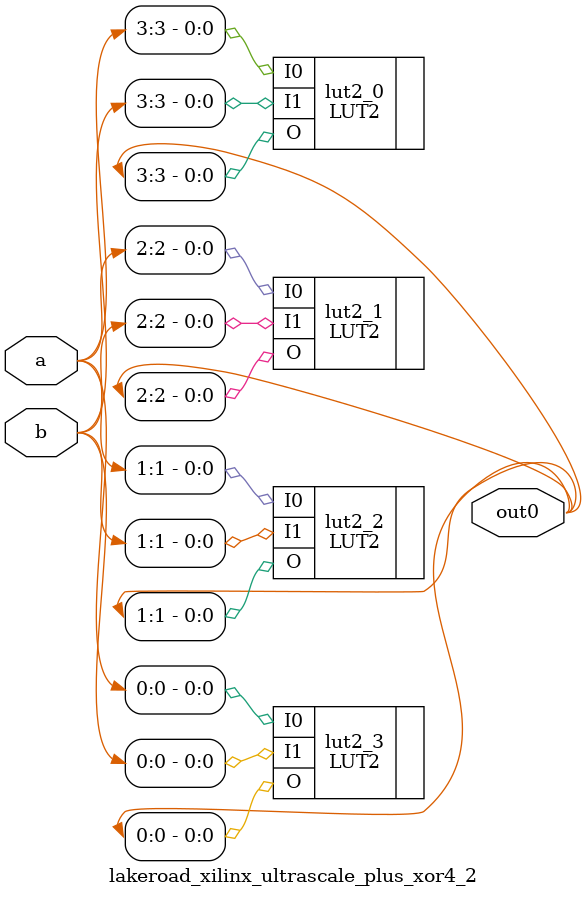
<source format=v>

/* Generated by Yosys 0.19 (git sha1 a45c131b37c, clang 13.1.6 -fPIC -Os) */

module lakeroad_xilinx_ultrascale_plus_xor4_2(a, b, out0);
  input [3:0] a;
  wire [3:0] a;
  input [3:0] b;
  wire [3:0] b;
  output [3:0] out0;
  wire [3:0] out0;
  LUT2 #(
    .INIT(4'h6)
  ) lut2_0 (
    .I0(a[3]),
    .I1(b[3]),
    .O(out0[3])
  );
  LUT2 #(
    .INIT(4'h6)
  ) lut2_1 (
    .I0(a[2]),
    .I1(b[2]),
    .O(out0[2])
  );
  LUT2 #(
    .INIT(4'h6)
  ) lut2_2 (
    .I0(a[1]),
    .I1(b[1]),
    .O(out0[1])
  );
  LUT2 #(
    .INIT(4'h6)
  ) lut2_3 (
    .I0(a[0]),
    .I1(b[0]),
    .O(out0[0])
  );
endmodule


</source>
